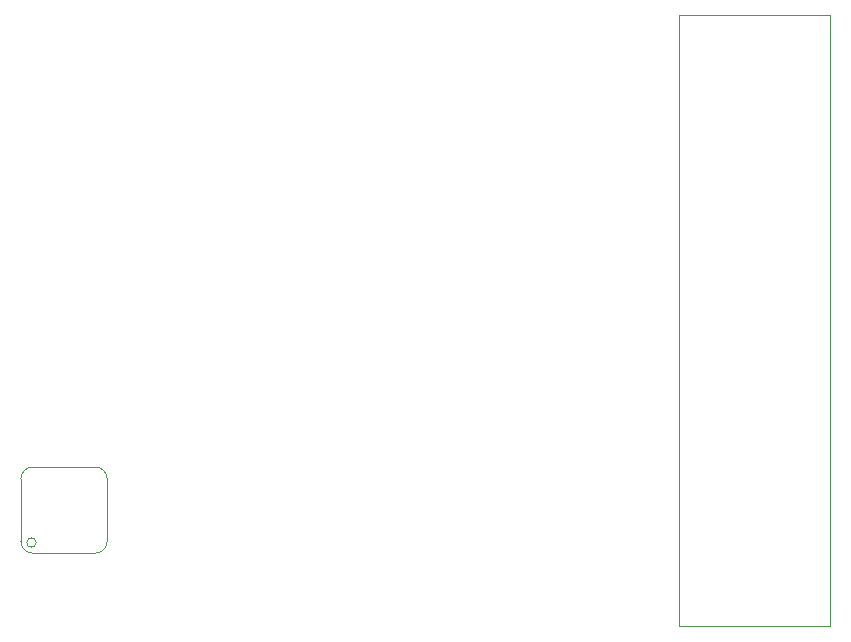
<source format=gbr>
%TF.GenerationSoftware,Altium Limited,Altium Designer,25.8.1 (18)*%
G04 Layer_Color=32768*
%FSLAX45Y45*%
%MOMM*%
%TF.SameCoordinates,031978D1-9D18-463A-8735-F8186BF7E524*%
%TF.FilePolarity,Positive*%
%TF.FileFunction,Other,Top_Component_Outline*%
%TF.Part,Single*%
G01*
G75*
%TA.AperFunction,NonConductor*%
%ADD73C,0.10000*%
D73*
X1698239Y1993611D02*
G03*
X1698239Y1993611I-40000J0D01*
G01*
X1568239Y2003611D02*
G03*
X1668239Y1903611I100000J0D01*
G01*
Y2633610D02*
G03*
X1568239Y2533610I0J-100000D01*
G01*
X2298239D02*
G03*
X2198239Y2633610I-100000J0D01*
G01*
Y1903611D02*
G03*
X2298239Y2003611I0J100000D01*
G01*
X8420039Y1286210D02*
Y6456211D01*
X7140039Y1286210D02*
X8420039D01*
X7140039Y6456211D02*
X8420039D01*
X7140039Y1286210D02*
Y6456211D01*
X1668239Y1903611D02*
X2198239D01*
X1568239Y2003611D02*
Y2533610D01*
X2298239Y2003611D02*
Y2533610D01*
X1668239Y2633610D02*
X2198239D01*
%TF.MD5,def22afbb16ee600ef81e3d6f8ceffa7*%
M02*

</source>
